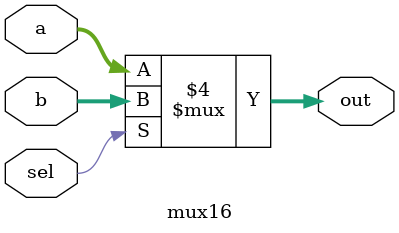
<source format=v>
`timescale 1ns / 1ps 

module mux16(
    input wire [15:0] a,
    input wire [15:0] b,
    input wire sel,
    output reg [15:0] out
    );
    
    always @(*) begin
        if (sel == 1'b0)
            out = a;
        else 
            out = b;
    end
endmodule

</source>
